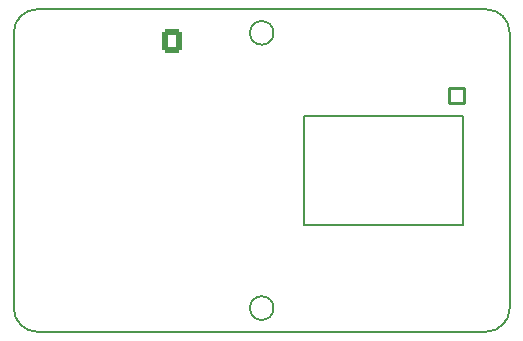
<source format=gbo>
G04 #@! TF.GenerationSoftware,KiCad,Pcbnew,(6.0.2)*
G04 #@! TF.CreationDate,2022-03-23T02:52:59+09:00*
G04 #@! TF.ProjectId,ADNS-9800,41444e53-2d39-4383-9030-2e6b69636164,rev?*
G04 #@! TF.SameCoordinates,Original*
G04 #@! TF.FileFunction,Legend,Bot*
G04 #@! TF.FilePolarity,Positive*
%FSLAX46Y46*%
G04 Gerber Fmt 4.6, Leading zero omitted, Abs format (unit mm)*
G04 Created by KiCad (PCBNEW (6.0.2)) date 2022-03-23 02:52:59*
%MOMM*%
%LPD*%
G01*
G04 APERTURE LIST*
G04 Aperture macros list*
%AMRoundRect*
0 Rectangle with rounded corners*
0 $1 Rounding radius*
0 $2 $3 $4 $5 $6 $7 $8 $9 X,Y pos of 4 corners*
0 Add a 4 corners polygon primitive as box body*
4,1,4,$2,$3,$4,$5,$6,$7,$8,$9,$2,$3,0*
0 Add four circle primitives for the rounded corners*
1,1,$1+$1,$2,$3*
1,1,$1+$1,$4,$5*
1,1,$1+$1,$6,$7*
1,1,$1+$1,$8,$9*
0 Add four rect primitives between the rounded corners*
20,1,$1+$1,$2,$3,$4,$5,0*
20,1,$1+$1,$4,$5,$6,$7,0*
20,1,$1+$1,$6,$7,$8,$9,0*
20,1,$1+$1,$8,$9,$2,$3,0*%
G04 Aperture macros list end*
G04 #@! TA.AperFunction,Profile*
%ADD10C,0.200000*%
G04 #@! TD*
G04 #@! TA.AperFunction,Profile*
%ADD11C,0.127000*%
G04 #@! TD*
%ADD12C,0.300000*%
%ADD13RoundRect,0.101600X-0.650000X-0.650000X0.650000X-0.650000X0.650000X0.650000X-0.650000X0.650000X0*%
%ADD14C,1.503200*%
%ADD15RoundRect,0.250000X0.600000X0.725000X-0.600000X0.725000X-0.600000X-0.725000X0.600000X-0.725000X0*%
%ADD16O,1.700000X1.950000*%
%ADD17C,1.700000*%
G04 APERTURE END LIST*
D10*
X183499999Y-68500000D02*
G75*
G03*
X181499999Y-66500000I-1999999J1D01*
G01*
X143500000Y-66500000D02*
X181499999Y-66500000D01*
X181499999Y-93800000D02*
X143500000Y-93800000D01*
X163499998Y-91800000D02*
G75*
G03*
X163499998Y-91800000I-999999J0D01*
G01*
X143500000Y-66500000D02*
G75*
G03*
X141500000Y-68500000I-1J-1999999D01*
G01*
X141500000Y-91800000D02*
X141500000Y-68500000D01*
X183499999Y-68500000D02*
X183499999Y-91800000D01*
X181499999Y-93800000D02*
G75*
G03*
X183499999Y-91800000I1J1999999D01*
G01*
X163499999Y-68500000D02*
G75*
G03*
X163499999Y-68500000I-999999J0D01*
G01*
X141500000Y-91800000D02*
G75*
G03*
X143500000Y-93800000I1999999J-1D01*
G01*
D11*
G04 #@! TO.C,U$1*
X179577500Y-75525000D02*
X166117500Y-75525000D01*
X166077500Y-84725000D02*
X179577500Y-84725000D01*
X179577500Y-84725000D02*
X179577500Y-75525000D01*
X166117500Y-75525000D02*
X166077500Y-84725000D01*
G04 #@! TD*
%LPC*%
D12*
X146578071Y-73395428D02*
X145078071Y-73395428D01*
X146149500Y-73895428D01*
X145078071Y-74395428D01*
X146578071Y-74395428D01*
X145078071Y-75109714D02*
X146292357Y-75109714D01*
X146435214Y-75181142D01*
X146506642Y-75252571D01*
X146578071Y-75395428D01*
X146578071Y-75681142D01*
X146506642Y-75824000D01*
X146435214Y-75895428D01*
X146292357Y-75966857D01*
X145078071Y-75966857D01*
X146578071Y-76681142D02*
X145078071Y-76681142D01*
X146578071Y-77538285D01*
X145078071Y-77538285D01*
X146149500Y-78181142D02*
X146149500Y-78895428D01*
X146578071Y-78038285D02*
X145078071Y-78538285D01*
X146578071Y-79038285D01*
X146578071Y-79538285D02*
X145078071Y-79538285D01*
X146578071Y-80395428D02*
X145720928Y-79752571D01*
X145078071Y-80395428D02*
X145935214Y-79538285D01*
X145078071Y-81324000D02*
X145078071Y-81609714D01*
X145149500Y-81752571D01*
X145292357Y-81895428D01*
X145578071Y-81966857D01*
X146078071Y-81966857D01*
X146363785Y-81895428D01*
X146506642Y-81752571D01*
X146578071Y-81609714D01*
X146578071Y-81324000D01*
X146506642Y-81181142D01*
X146363785Y-81038285D01*
X146078071Y-80966857D01*
X145578071Y-80966857D01*
X145292357Y-81038285D01*
X145149500Y-81181142D01*
X145078071Y-81324000D01*
X146578071Y-83752571D02*
X145078071Y-83752571D01*
X145792357Y-83752571D02*
X145792357Y-84609714D01*
X146578071Y-84609714D02*
X145078071Y-84609714D01*
X146506642Y-85895428D02*
X146578071Y-85752571D01*
X146578071Y-85466857D01*
X146506642Y-85324000D01*
X146363785Y-85252571D01*
X145792357Y-85252571D01*
X145649500Y-85324000D01*
X145578071Y-85466857D01*
X145578071Y-85752571D01*
X145649500Y-85895428D01*
X145792357Y-85966857D01*
X145935214Y-85966857D01*
X146078071Y-85252571D01*
X146578071Y-86609714D02*
X145578071Y-86609714D01*
X145863785Y-86609714D02*
X145720928Y-86681142D01*
X145649500Y-86752571D01*
X145578071Y-86895428D01*
X145578071Y-87038285D01*
X146506642Y-88181142D02*
X146578071Y-88038285D01*
X146578071Y-87752571D01*
X146506642Y-87609714D01*
X146435214Y-87538285D01*
X146292357Y-87466857D01*
X145863785Y-87466857D01*
X145720928Y-87538285D01*
X145649500Y-87609714D01*
X145578071Y-87752571D01*
X145578071Y-88038285D01*
X145649500Y-88181142D01*
X145578071Y-89466857D02*
X146578071Y-89466857D01*
X145578071Y-88824000D02*
X146363785Y-88824000D01*
X146506642Y-88895428D01*
X146578071Y-89038285D01*
X146578071Y-89252571D01*
X146506642Y-89395428D01*
X146435214Y-89466857D01*
X146578071Y-90395428D02*
X146506642Y-90252571D01*
X146363785Y-90181142D01*
X145078071Y-90181142D01*
X146506642Y-91538285D02*
X146578071Y-91395428D01*
X146578071Y-91109714D01*
X146506642Y-90966857D01*
X146363785Y-90895428D01*
X145792357Y-90895428D01*
X145649500Y-90966857D01*
X145578071Y-91109714D01*
X145578071Y-91395428D01*
X145649500Y-91538285D01*
X145792357Y-91609714D01*
X145935214Y-91609714D01*
X146078071Y-90895428D01*
X146506642Y-92181142D02*
X146578071Y-92324000D01*
X146578071Y-92609714D01*
X146506642Y-92752571D01*
X146363785Y-92824000D01*
X146292357Y-92824000D01*
X146149500Y-92752571D01*
X146078071Y-92609714D01*
X146078071Y-92395428D01*
X146006642Y-92252571D01*
X145863785Y-92181142D01*
X145792357Y-92181142D01*
X145649500Y-92252571D01*
X145578071Y-92395428D01*
X145578071Y-92609714D01*
X145649500Y-92752571D01*
X148564500Y-76681142D02*
X148564500Y-77395428D01*
X148993071Y-76538285D02*
X147493071Y-77038285D01*
X148993071Y-77538285D01*
X148993071Y-78038285D02*
X147493071Y-78038285D01*
X147493071Y-78395428D01*
X147564500Y-78609714D01*
X147707357Y-78752571D01*
X147850214Y-78824000D01*
X148135928Y-78895428D01*
X148350214Y-78895428D01*
X148635928Y-78824000D01*
X148778785Y-78752571D01*
X148921642Y-78609714D01*
X148993071Y-78395428D01*
X148993071Y-78038285D01*
X148993071Y-79538285D02*
X147493071Y-79538285D01*
X148993071Y-80395428D01*
X147493071Y-80395428D01*
X148921642Y-81038285D02*
X148993071Y-81252571D01*
X148993071Y-81609714D01*
X148921642Y-81752571D01*
X148850214Y-81824000D01*
X148707357Y-81895428D01*
X148564500Y-81895428D01*
X148421642Y-81824000D01*
X148350214Y-81752571D01*
X148278785Y-81609714D01*
X148207357Y-81324000D01*
X148135928Y-81181142D01*
X148064500Y-81109714D01*
X147921642Y-81038285D01*
X147778785Y-81038285D01*
X147635928Y-81109714D01*
X147564500Y-81181142D01*
X147493071Y-81324000D01*
X147493071Y-81681142D01*
X147564500Y-81895428D01*
X148421642Y-82538285D02*
X148421642Y-83681142D01*
X148993071Y-84466857D02*
X148993071Y-84752571D01*
X148921642Y-84895428D01*
X148850214Y-84966857D01*
X148635928Y-85109714D01*
X148350214Y-85181142D01*
X147778785Y-85181142D01*
X147635928Y-85109714D01*
X147564500Y-85038285D01*
X147493071Y-84895428D01*
X147493071Y-84609714D01*
X147564500Y-84466857D01*
X147635928Y-84395428D01*
X147778785Y-84324000D01*
X148135928Y-84324000D01*
X148278785Y-84395428D01*
X148350214Y-84466857D01*
X148421642Y-84609714D01*
X148421642Y-84895428D01*
X148350214Y-85038285D01*
X148278785Y-85109714D01*
X148135928Y-85181142D01*
X148135928Y-86038285D02*
X148064500Y-85895428D01*
X147993071Y-85824000D01*
X147850214Y-85752571D01*
X147778785Y-85752571D01*
X147635928Y-85824000D01*
X147564500Y-85895428D01*
X147493071Y-86038285D01*
X147493071Y-86324000D01*
X147564500Y-86466857D01*
X147635928Y-86538285D01*
X147778785Y-86609714D01*
X147850214Y-86609714D01*
X147993071Y-86538285D01*
X148064500Y-86466857D01*
X148135928Y-86324000D01*
X148135928Y-86038285D01*
X148207357Y-85895428D01*
X148278785Y-85824000D01*
X148421642Y-85752571D01*
X148707357Y-85752571D01*
X148850214Y-85824000D01*
X148921642Y-85895428D01*
X148993071Y-86038285D01*
X148993071Y-86324000D01*
X148921642Y-86466857D01*
X148850214Y-86538285D01*
X148707357Y-86609714D01*
X148421642Y-86609714D01*
X148278785Y-86538285D01*
X148207357Y-86466857D01*
X148135928Y-86324000D01*
X147493071Y-87538285D02*
X147493071Y-87681142D01*
X147564500Y-87824000D01*
X147635928Y-87895428D01*
X147778785Y-87966857D01*
X148064500Y-88038285D01*
X148421642Y-88038285D01*
X148707357Y-87966857D01*
X148850214Y-87895428D01*
X148921642Y-87824000D01*
X148993071Y-87681142D01*
X148993071Y-87538285D01*
X148921642Y-87395428D01*
X148850214Y-87324000D01*
X148707357Y-87252571D01*
X148421642Y-87181142D01*
X148064500Y-87181142D01*
X147778785Y-87252571D01*
X147635928Y-87324000D01*
X147564500Y-87395428D01*
X147493071Y-87538285D01*
X147493071Y-88966857D02*
X147493071Y-89109714D01*
X147564500Y-89252571D01*
X147635928Y-89324000D01*
X147778785Y-89395428D01*
X148064500Y-89466857D01*
X148421642Y-89466857D01*
X148707357Y-89395428D01*
X148850214Y-89324000D01*
X148921642Y-89252571D01*
X148993071Y-89109714D01*
X148993071Y-88966857D01*
X148921642Y-88824000D01*
X148850214Y-88752571D01*
X148707357Y-88681142D01*
X148421642Y-88609714D01*
X148064500Y-88609714D01*
X147778785Y-88681142D01*
X147635928Y-88752571D01*
X147564500Y-88824000D01*
X147493071Y-88966857D01*
X151408071Y-75466857D02*
X149908071Y-75466857D01*
X150979500Y-75966857D01*
X149908071Y-76466857D01*
X151408071Y-76466857D01*
X151408071Y-77395428D02*
X151336642Y-77252571D01*
X151265214Y-77181142D01*
X151122357Y-77109714D01*
X150693785Y-77109714D01*
X150550928Y-77181142D01*
X150479500Y-77252571D01*
X150408071Y-77395428D01*
X150408071Y-77609714D01*
X150479500Y-77752571D01*
X150550928Y-77824000D01*
X150693785Y-77895428D01*
X151122357Y-77895428D01*
X151265214Y-77824000D01*
X151336642Y-77752571D01*
X151408071Y-77609714D01*
X151408071Y-77395428D01*
X150408071Y-79181142D02*
X151408071Y-79181142D01*
X150408071Y-78538285D02*
X151193785Y-78538285D01*
X151336642Y-78609714D01*
X151408071Y-78752571D01*
X151408071Y-78966857D01*
X151336642Y-79109714D01*
X151265214Y-79181142D01*
X151336642Y-79823999D02*
X151408071Y-79966857D01*
X151408071Y-80252571D01*
X151336642Y-80395428D01*
X151193785Y-80466857D01*
X151122357Y-80466857D01*
X150979500Y-80395428D01*
X150908071Y-80252571D01*
X150908071Y-80038285D01*
X150836642Y-79895428D01*
X150693785Y-79823999D01*
X150622357Y-79823999D01*
X150479500Y-79895428D01*
X150408071Y-80038285D01*
X150408071Y-80252571D01*
X150479500Y-80395428D01*
X151336642Y-81681142D02*
X151408071Y-81538285D01*
X151408071Y-81252571D01*
X151336642Y-81109714D01*
X151193785Y-81038285D01*
X150622357Y-81038285D01*
X150479500Y-81109714D01*
X150408071Y-81252571D01*
X150408071Y-81538285D01*
X150479500Y-81681142D01*
X150622357Y-81752571D01*
X150765214Y-81752571D01*
X150908071Y-81038285D01*
X151550928Y-82038285D02*
X151550928Y-83181142D01*
X151408071Y-83538285D02*
X149908071Y-83538285D01*
X150979500Y-84038285D01*
X149908071Y-84538285D01*
X151408071Y-84538285D01*
X151408071Y-85466857D02*
X151336642Y-85323999D01*
X151265214Y-85252571D01*
X151122357Y-85181142D01*
X150693785Y-85181142D01*
X150550928Y-85252571D01*
X150479500Y-85323999D01*
X150408071Y-85466857D01*
X150408071Y-85681142D01*
X150479500Y-85823999D01*
X150550928Y-85895428D01*
X150693785Y-85966857D01*
X151122357Y-85966857D01*
X151265214Y-85895428D01*
X151336642Y-85823999D01*
X151408071Y-85681142D01*
X151408071Y-85466857D01*
X151408071Y-87252571D02*
X149908071Y-87252571D01*
X151336642Y-87252571D02*
X151408071Y-87109714D01*
X151408071Y-86823999D01*
X151336642Y-86681142D01*
X151265214Y-86609714D01*
X151122357Y-86538285D01*
X150693785Y-86538285D01*
X150550928Y-86609714D01*
X150479500Y-86681142D01*
X150408071Y-86823999D01*
X150408071Y-87109714D01*
X150479500Y-87252571D01*
X150408071Y-88609714D02*
X151408071Y-88609714D01*
X150408071Y-87966857D02*
X151193785Y-87966857D01*
X151336642Y-88038285D01*
X151408071Y-88181142D01*
X151408071Y-88395428D01*
X151336642Y-88538285D01*
X151265214Y-88609714D01*
X151408071Y-89538285D02*
X151336642Y-89395428D01*
X151193785Y-89323999D01*
X149908071Y-89323999D01*
X151336642Y-90681142D02*
X151408071Y-90538285D01*
X151408071Y-90252571D01*
X151336642Y-90109714D01*
X151193785Y-90038285D01*
X150622357Y-90038285D01*
X150479500Y-90109714D01*
X150408071Y-90252571D01*
X150408071Y-90538285D01*
X150479500Y-90681142D01*
X150622357Y-90752571D01*
X150765214Y-90752571D01*
X150908071Y-90038285D01*
X152823071Y-78395428D02*
X153823071Y-78752571D01*
X152823071Y-79109714D01*
X153751642Y-80252571D02*
X153823071Y-80109714D01*
X153823071Y-79824000D01*
X153751642Y-79681142D01*
X153608785Y-79609714D01*
X153037357Y-79609714D01*
X152894500Y-79681142D01*
X152823071Y-79824000D01*
X152823071Y-80109714D01*
X152894500Y-80252571D01*
X153037357Y-80324000D01*
X153180214Y-80324000D01*
X153323071Y-79609714D01*
X153823071Y-80966857D02*
X152823071Y-80966857D01*
X153108785Y-80966857D02*
X152965928Y-81038285D01*
X152894500Y-81109714D01*
X152823071Y-81252571D01*
X152823071Y-81395428D01*
X153680214Y-81895428D02*
X153751642Y-81966857D01*
X153823071Y-81895428D01*
X153751642Y-81824000D01*
X153680214Y-81895428D01*
X153823071Y-81895428D01*
X152465928Y-82538285D02*
X152394500Y-82609714D01*
X152323071Y-82752571D01*
X152323071Y-83109714D01*
X152394500Y-83252571D01*
X152465928Y-83324000D01*
X152608785Y-83395428D01*
X152751642Y-83395428D01*
X152965928Y-83324000D01*
X153823071Y-82466857D01*
X153823071Y-83395428D01*
X152323071Y-84324000D02*
X152323071Y-84466857D01*
X152394500Y-84609714D01*
X152465928Y-84681142D01*
X152608785Y-84752571D01*
X152894500Y-84824000D01*
X153251642Y-84824000D01*
X153537357Y-84752571D01*
X153680214Y-84681142D01*
X153751642Y-84609714D01*
X153823071Y-84466857D01*
X153823071Y-84324000D01*
X153751642Y-84181142D01*
X153680214Y-84109714D01*
X153537357Y-84038285D01*
X153251642Y-83966857D01*
X152894500Y-83966857D01*
X152608785Y-84038285D01*
X152465928Y-84109714D01*
X152394500Y-84181142D01*
X152323071Y-84324000D01*
X152465928Y-85395428D02*
X152394500Y-85466857D01*
X152323071Y-85609714D01*
X152323071Y-85966857D01*
X152394500Y-86109714D01*
X152465928Y-86181142D01*
X152608785Y-86252571D01*
X152751642Y-86252571D01*
X152965928Y-86181142D01*
X153823071Y-85324000D01*
X153823071Y-86252571D01*
X152465928Y-86824000D02*
X152394500Y-86895428D01*
X152323071Y-87038285D01*
X152323071Y-87395428D01*
X152394500Y-87538285D01*
X152465928Y-87609714D01*
X152608785Y-87681142D01*
X152751642Y-87681142D01*
X152965928Y-87609714D01*
X153823071Y-86752571D01*
X153823071Y-87681142D01*
X156238071Y-73645428D02*
X154738071Y-73645428D01*
X154738071Y-74002571D01*
X154809500Y-74216857D01*
X154952357Y-74359714D01*
X155095214Y-74431142D01*
X155380928Y-74502571D01*
X155595214Y-74502571D01*
X155880928Y-74431142D01*
X156023785Y-74359714D01*
X156166642Y-74216857D01*
X156238071Y-74002571D01*
X156238071Y-73645428D01*
X156166642Y-75716857D02*
X156238071Y-75574000D01*
X156238071Y-75288285D01*
X156166642Y-75145428D01*
X156023785Y-75074000D01*
X155452357Y-75074000D01*
X155309500Y-75145428D01*
X155238071Y-75288285D01*
X155238071Y-75574000D01*
X155309500Y-75716857D01*
X155452357Y-75788285D01*
X155595214Y-75788285D01*
X155738071Y-75074000D01*
X156166642Y-76359714D02*
X156238071Y-76502571D01*
X156238071Y-76788285D01*
X156166642Y-76931142D01*
X156023785Y-77002571D01*
X155952357Y-77002571D01*
X155809500Y-76931142D01*
X155738071Y-76788285D01*
X155738071Y-76574000D01*
X155666642Y-76431142D01*
X155523785Y-76359714D01*
X155452357Y-76359714D01*
X155309500Y-76431142D01*
X155238071Y-76574000D01*
X155238071Y-76788285D01*
X155309500Y-76931142D01*
X156238071Y-77645428D02*
X155238071Y-77645428D01*
X154738071Y-77645428D02*
X154809500Y-77574000D01*
X154880928Y-77645428D01*
X154809500Y-77716857D01*
X154738071Y-77645428D01*
X154880928Y-77645428D01*
X155238071Y-79002571D02*
X156452357Y-79002571D01*
X156595214Y-78931142D01*
X156666642Y-78859714D01*
X156738071Y-78716857D01*
X156738071Y-78502571D01*
X156666642Y-78359714D01*
X156166642Y-79002571D02*
X156238071Y-78859714D01*
X156238071Y-78574000D01*
X156166642Y-78431142D01*
X156095214Y-78359714D01*
X155952357Y-78288285D01*
X155523785Y-78288285D01*
X155380928Y-78359714D01*
X155309500Y-78431142D01*
X155238071Y-78574000D01*
X155238071Y-78859714D01*
X155309500Y-79002571D01*
X155238071Y-79716857D02*
X156238071Y-79716857D01*
X155380928Y-79716857D02*
X155309500Y-79788285D01*
X155238071Y-79931142D01*
X155238071Y-80145428D01*
X155309500Y-80288285D01*
X155452357Y-80359714D01*
X156238071Y-80359714D01*
X156166642Y-81645428D02*
X156238071Y-81502571D01*
X156238071Y-81216857D01*
X156166642Y-81074000D01*
X156023785Y-81002571D01*
X155452357Y-81002571D01*
X155309500Y-81074000D01*
X155238071Y-81216857D01*
X155238071Y-81502571D01*
X155309500Y-81645428D01*
X155452357Y-81716857D01*
X155595214Y-81716857D01*
X155738071Y-81002571D01*
X156238071Y-83002571D02*
X154738071Y-83002571D01*
X156166642Y-83002571D02*
X156238071Y-82859714D01*
X156238071Y-82574000D01*
X156166642Y-82431142D01*
X156095214Y-82359714D01*
X155952357Y-82288285D01*
X155523785Y-82288285D01*
X155380928Y-82359714D01*
X155309500Y-82431142D01*
X155238071Y-82574000D01*
X155238071Y-82859714D01*
X155309500Y-83002571D01*
X156238071Y-84859714D02*
X154738071Y-84859714D01*
X155309500Y-84859714D02*
X155238071Y-85002571D01*
X155238071Y-85288285D01*
X155309500Y-85431142D01*
X155380928Y-85502571D01*
X155523785Y-85574000D01*
X155952357Y-85574000D01*
X156095214Y-85502571D01*
X156166642Y-85431142D01*
X156238071Y-85288285D01*
X156238071Y-85002571D01*
X156166642Y-84859714D01*
X155238071Y-86074000D02*
X156238071Y-86431142D01*
X155238071Y-86788285D02*
X156238071Y-86431142D01*
X156595214Y-86288285D01*
X156666642Y-86216857D01*
X156738071Y-86074000D01*
X156238071Y-88502571D02*
X154738071Y-88502571D01*
X156238071Y-89359714D02*
X155380928Y-88716857D01*
X154738071Y-89359714D02*
X155595214Y-88502571D01*
X156238071Y-90002571D02*
X155238071Y-90002571D01*
X154738071Y-90002571D02*
X154809500Y-89931142D01*
X154880928Y-90002571D01*
X154809500Y-90074000D01*
X154738071Y-90002571D01*
X154880928Y-90002571D01*
X155238071Y-90574000D02*
X156238071Y-90931142D01*
X155238071Y-91288285D02*
X156238071Y-90931142D01*
X156595214Y-90788285D01*
X156666642Y-90716857D01*
X156738071Y-90574000D01*
X156238071Y-92074000D02*
X156166642Y-91931142D01*
X156095214Y-91859714D01*
X155952357Y-91788285D01*
X155523785Y-91788285D01*
X155380928Y-91859714D01*
X155309500Y-91931142D01*
X155238071Y-92074000D01*
X155238071Y-92288285D01*
X155309500Y-92431142D01*
X155380928Y-92502571D01*
X155523785Y-92574000D01*
X155952357Y-92574000D01*
X156095214Y-92502571D01*
X156166642Y-92431142D01*
X156238071Y-92288285D01*
X156238071Y-92074000D01*
D13*
G04 #@! TO.C,U$1*
X179077500Y-73825000D03*
D14*
X177297500Y-73825000D03*
X175517500Y-73825000D03*
X173737500Y-73825000D03*
X171957500Y-73825000D03*
X170177500Y-73825000D03*
X168397500Y-73825000D03*
X166617500Y-73825000D03*
X166617500Y-86425000D03*
X168397500Y-86425000D03*
X170177500Y-86425000D03*
X171957500Y-86425000D03*
X173737500Y-86425000D03*
X175517500Y-86425000D03*
X177297500Y-86425000D03*
X179077500Y-86425000D03*
G04 #@! TD*
D15*
G04 #@! TO.C,J1*
X154865000Y-69194000D03*
D16*
X152365000Y-69194000D03*
X149865000Y-69194000D03*
X147365000Y-69194000D03*
G04 #@! TD*
D17*
G04 #@! TO.C,U1*
X158711500Y-90567000D03*
X158711500Y-88027000D03*
X158711500Y-85487000D03*
X158711500Y-82947000D03*
X158711500Y-80407000D03*
X158711500Y-77867000D03*
X158711500Y-75327000D03*
X143471500Y-75327000D03*
X143471500Y-77867000D03*
X143471500Y-80407000D03*
X143471500Y-82947000D03*
X143471500Y-85487000D03*
X143471500Y-88027000D03*
X143471500Y-90567000D03*
G04 #@! TD*
M02*

</source>
